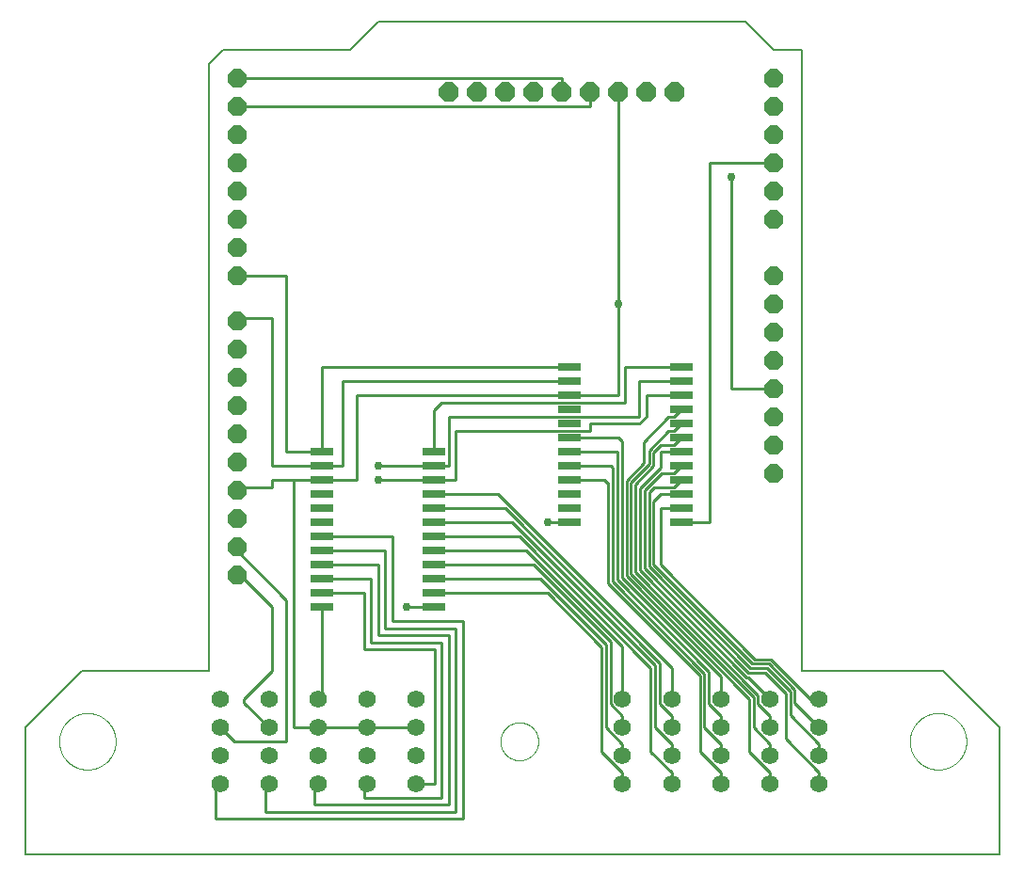
<source format=gtl>
G75*
%MOIN*%
%OFA0B0*%
%FSLAX25Y25*%
%IPPOS*%
%LPD*%
%AMOC8*
5,1,8,0,0,1.08239X$1,22.5*
%
%ADD10C,0.00600*%
%ADD11R,0.08000X0.02600*%
%ADD12OC8,0.07000*%
%ADD13C,0.00000*%
%ADD14C,0.06150*%
%ADD15OC8,0.06600*%
%ADD16C,0.01000*%
%ADD17C,0.02978*%
D10*
X0017050Y0003750D02*
X0017050Y0048750D01*
X0037050Y0068750D01*
X0082050Y0068750D01*
X0082050Y0283750D01*
X0087050Y0288750D01*
X0132050Y0288750D01*
X0142050Y0298750D01*
X0272050Y0298750D01*
X0282050Y0288750D01*
X0292050Y0288750D01*
X0292050Y0068750D01*
X0342050Y0068750D01*
X0362050Y0048750D01*
X0362050Y0003750D01*
X0017050Y0003750D01*
D11*
X0122250Y0091250D03*
X0122250Y0096250D03*
X0122250Y0101250D03*
X0122250Y0106250D03*
X0122250Y0111250D03*
X0122250Y0116250D03*
X0122250Y0121250D03*
X0122250Y0126250D03*
X0122250Y0131250D03*
X0122250Y0136250D03*
X0122250Y0141250D03*
X0122250Y0146250D03*
X0161850Y0146250D03*
X0161850Y0141250D03*
X0161850Y0136250D03*
X0161850Y0131250D03*
X0161850Y0126250D03*
X0161850Y0121250D03*
X0161850Y0116250D03*
X0161850Y0111250D03*
X0161850Y0106250D03*
X0161850Y0101250D03*
X0161850Y0096250D03*
X0161850Y0091250D03*
X0209750Y0121250D03*
X0209750Y0126250D03*
X0209750Y0131250D03*
X0209750Y0136250D03*
X0209750Y0141250D03*
X0209750Y0146250D03*
X0209750Y0151250D03*
X0209750Y0156250D03*
X0209750Y0161250D03*
X0209750Y0166250D03*
X0209750Y0171250D03*
X0209750Y0176250D03*
X0249350Y0176250D03*
X0249350Y0171250D03*
X0249350Y0166250D03*
X0249350Y0161250D03*
X0249350Y0156250D03*
X0249350Y0151250D03*
X0249350Y0146250D03*
X0249350Y0141250D03*
X0249350Y0136250D03*
X0249350Y0131250D03*
X0249350Y0126250D03*
X0249350Y0121250D03*
D12*
X0247050Y0273750D03*
X0237050Y0273750D03*
X0227050Y0273750D03*
X0217050Y0273750D03*
X0207050Y0273750D03*
X0197050Y0273750D03*
X0187050Y0273750D03*
X0177050Y0273750D03*
X0167050Y0273750D03*
D13*
X0185350Y0043750D02*
X0185352Y0043914D01*
X0185358Y0044079D01*
X0185368Y0044243D01*
X0185382Y0044407D01*
X0185400Y0044570D01*
X0185423Y0044733D01*
X0185449Y0044895D01*
X0185479Y0045057D01*
X0185513Y0045218D01*
X0185551Y0045378D01*
X0185593Y0045537D01*
X0185638Y0045695D01*
X0185688Y0045852D01*
X0185742Y0046007D01*
X0185799Y0046161D01*
X0185860Y0046314D01*
X0185925Y0046465D01*
X0185993Y0046615D01*
X0186065Y0046762D01*
X0186141Y0046908D01*
X0186220Y0047052D01*
X0186303Y0047194D01*
X0186389Y0047334D01*
X0186479Y0047472D01*
X0186572Y0047608D01*
X0186669Y0047741D01*
X0186768Y0047872D01*
X0186871Y0048000D01*
X0186977Y0048126D01*
X0187086Y0048249D01*
X0187198Y0048370D01*
X0187312Y0048488D01*
X0187430Y0048602D01*
X0187551Y0048714D01*
X0187674Y0048823D01*
X0187800Y0048929D01*
X0187928Y0049032D01*
X0188059Y0049131D01*
X0188192Y0049228D01*
X0188328Y0049321D01*
X0188466Y0049411D01*
X0188606Y0049497D01*
X0188748Y0049580D01*
X0188892Y0049659D01*
X0189038Y0049735D01*
X0189185Y0049807D01*
X0189335Y0049875D01*
X0189486Y0049940D01*
X0189639Y0050001D01*
X0189793Y0050058D01*
X0189948Y0050112D01*
X0190105Y0050162D01*
X0190263Y0050207D01*
X0190422Y0050249D01*
X0190582Y0050287D01*
X0190743Y0050321D01*
X0190905Y0050351D01*
X0191067Y0050377D01*
X0191230Y0050400D01*
X0191393Y0050418D01*
X0191557Y0050432D01*
X0191721Y0050442D01*
X0191886Y0050448D01*
X0192050Y0050450D01*
X0192214Y0050448D01*
X0192379Y0050442D01*
X0192543Y0050432D01*
X0192707Y0050418D01*
X0192870Y0050400D01*
X0193033Y0050377D01*
X0193195Y0050351D01*
X0193357Y0050321D01*
X0193518Y0050287D01*
X0193678Y0050249D01*
X0193837Y0050207D01*
X0193995Y0050162D01*
X0194152Y0050112D01*
X0194307Y0050058D01*
X0194461Y0050001D01*
X0194614Y0049940D01*
X0194765Y0049875D01*
X0194915Y0049807D01*
X0195062Y0049735D01*
X0195208Y0049659D01*
X0195352Y0049580D01*
X0195494Y0049497D01*
X0195634Y0049411D01*
X0195772Y0049321D01*
X0195908Y0049228D01*
X0196041Y0049131D01*
X0196172Y0049032D01*
X0196300Y0048929D01*
X0196426Y0048823D01*
X0196549Y0048714D01*
X0196670Y0048602D01*
X0196788Y0048488D01*
X0196902Y0048370D01*
X0197014Y0048249D01*
X0197123Y0048126D01*
X0197229Y0048000D01*
X0197332Y0047872D01*
X0197431Y0047741D01*
X0197528Y0047608D01*
X0197621Y0047472D01*
X0197711Y0047334D01*
X0197797Y0047194D01*
X0197880Y0047052D01*
X0197959Y0046908D01*
X0198035Y0046762D01*
X0198107Y0046615D01*
X0198175Y0046465D01*
X0198240Y0046314D01*
X0198301Y0046161D01*
X0198358Y0046007D01*
X0198412Y0045852D01*
X0198462Y0045695D01*
X0198507Y0045537D01*
X0198549Y0045378D01*
X0198587Y0045218D01*
X0198621Y0045057D01*
X0198651Y0044895D01*
X0198677Y0044733D01*
X0198700Y0044570D01*
X0198718Y0044407D01*
X0198732Y0044243D01*
X0198742Y0044079D01*
X0198748Y0043914D01*
X0198750Y0043750D01*
X0198748Y0043586D01*
X0198742Y0043421D01*
X0198732Y0043257D01*
X0198718Y0043093D01*
X0198700Y0042930D01*
X0198677Y0042767D01*
X0198651Y0042605D01*
X0198621Y0042443D01*
X0198587Y0042282D01*
X0198549Y0042122D01*
X0198507Y0041963D01*
X0198462Y0041805D01*
X0198412Y0041648D01*
X0198358Y0041493D01*
X0198301Y0041339D01*
X0198240Y0041186D01*
X0198175Y0041035D01*
X0198107Y0040885D01*
X0198035Y0040738D01*
X0197959Y0040592D01*
X0197880Y0040448D01*
X0197797Y0040306D01*
X0197711Y0040166D01*
X0197621Y0040028D01*
X0197528Y0039892D01*
X0197431Y0039759D01*
X0197332Y0039628D01*
X0197229Y0039500D01*
X0197123Y0039374D01*
X0197014Y0039251D01*
X0196902Y0039130D01*
X0196788Y0039012D01*
X0196670Y0038898D01*
X0196549Y0038786D01*
X0196426Y0038677D01*
X0196300Y0038571D01*
X0196172Y0038468D01*
X0196041Y0038369D01*
X0195908Y0038272D01*
X0195772Y0038179D01*
X0195634Y0038089D01*
X0195494Y0038003D01*
X0195352Y0037920D01*
X0195208Y0037841D01*
X0195062Y0037765D01*
X0194915Y0037693D01*
X0194765Y0037625D01*
X0194614Y0037560D01*
X0194461Y0037499D01*
X0194307Y0037442D01*
X0194152Y0037388D01*
X0193995Y0037338D01*
X0193837Y0037293D01*
X0193678Y0037251D01*
X0193518Y0037213D01*
X0193357Y0037179D01*
X0193195Y0037149D01*
X0193033Y0037123D01*
X0192870Y0037100D01*
X0192707Y0037082D01*
X0192543Y0037068D01*
X0192379Y0037058D01*
X0192214Y0037052D01*
X0192050Y0037050D01*
X0191886Y0037052D01*
X0191721Y0037058D01*
X0191557Y0037068D01*
X0191393Y0037082D01*
X0191230Y0037100D01*
X0191067Y0037123D01*
X0190905Y0037149D01*
X0190743Y0037179D01*
X0190582Y0037213D01*
X0190422Y0037251D01*
X0190263Y0037293D01*
X0190105Y0037338D01*
X0189948Y0037388D01*
X0189793Y0037442D01*
X0189639Y0037499D01*
X0189486Y0037560D01*
X0189335Y0037625D01*
X0189185Y0037693D01*
X0189038Y0037765D01*
X0188892Y0037841D01*
X0188748Y0037920D01*
X0188606Y0038003D01*
X0188466Y0038089D01*
X0188328Y0038179D01*
X0188192Y0038272D01*
X0188059Y0038369D01*
X0187928Y0038468D01*
X0187800Y0038571D01*
X0187674Y0038677D01*
X0187551Y0038786D01*
X0187430Y0038898D01*
X0187312Y0039012D01*
X0187198Y0039130D01*
X0187086Y0039251D01*
X0186977Y0039374D01*
X0186871Y0039500D01*
X0186768Y0039628D01*
X0186669Y0039759D01*
X0186572Y0039892D01*
X0186479Y0040028D01*
X0186389Y0040166D01*
X0186303Y0040306D01*
X0186220Y0040448D01*
X0186141Y0040592D01*
X0186065Y0040738D01*
X0185993Y0040885D01*
X0185925Y0041035D01*
X0185860Y0041186D01*
X0185799Y0041339D01*
X0185742Y0041493D01*
X0185688Y0041648D01*
X0185638Y0041805D01*
X0185593Y0041963D01*
X0185551Y0042122D01*
X0185513Y0042282D01*
X0185479Y0042443D01*
X0185449Y0042605D01*
X0185423Y0042767D01*
X0185400Y0042930D01*
X0185382Y0043093D01*
X0185368Y0043257D01*
X0185358Y0043421D01*
X0185352Y0043586D01*
X0185350Y0043750D01*
X0029050Y0043750D02*
X0029053Y0043995D01*
X0029062Y0044241D01*
X0029077Y0044486D01*
X0029098Y0044730D01*
X0029125Y0044974D01*
X0029158Y0045217D01*
X0029197Y0045460D01*
X0029242Y0045701D01*
X0029293Y0045941D01*
X0029350Y0046180D01*
X0029412Y0046417D01*
X0029481Y0046653D01*
X0029555Y0046887D01*
X0029635Y0047119D01*
X0029720Y0047349D01*
X0029811Y0047577D01*
X0029908Y0047802D01*
X0030010Y0048026D01*
X0030118Y0048246D01*
X0030231Y0048464D01*
X0030349Y0048679D01*
X0030473Y0048891D01*
X0030601Y0049100D01*
X0030735Y0049306D01*
X0030874Y0049508D01*
X0031018Y0049707D01*
X0031167Y0049902D01*
X0031320Y0050094D01*
X0031478Y0050282D01*
X0031640Y0050466D01*
X0031808Y0050645D01*
X0031979Y0050821D01*
X0032155Y0050992D01*
X0032334Y0051160D01*
X0032518Y0051322D01*
X0032706Y0051480D01*
X0032898Y0051633D01*
X0033093Y0051782D01*
X0033292Y0051926D01*
X0033494Y0052065D01*
X0033700Y0052199D01*
X0033909Y0052327D01*
X0034121Y0052451D01*
X0034336Y0052569D01*
X0034554Y0052682D01*
X0034774Y0052790D01*
X0034998Y0052892D01*
X0035223Y0052989D01*
X0035451Y0053080D01*
X0035681Y0053165D01*
X0035913Y0053245D01*
X0036147Y0053319D01*
X0036383Y0053388D01*
X0036620Y0053450D01*
X0036859Y0053507D01*
X0037099Y0053558D01*
X0037340Y0053603D01*
X0037583Y0053642D01*
X0037826Y0053675D01*
X0038070Y0053702D01*
X0038314Y0053723D01*
X0038559Y0053738D01*
X0038805Y0053747D01*
X0039050Y0053750D01*
X0039295Y0053747D01*
X0039541Y0053738D01*
X0039786Y0053723D01*
X0040030Y0053702D01*
X0040274Y0053675D01*
X0040517Y0053642D01*
X0040760Y0053603D01*
X0041001Y0053558D01*
X0041241Y0053507D01*
X0041480Y0053450D01*
X0041717Y0053388D01*
X0041953Y0053319D01*
X0042187Y0053245D01*
X0042419Y0053165D01*
X0042649Y0053080D01*
X0042877Y0052989D01*
X0043102Y0052892D01*
X0043326Y0052790D01*
X0043546Y0052682D01*
X0043764Y0052569D01*
X0043979Y0052451D01*
X0044191Y0052327D01*
X0044400Y0052199D01*
X0044606Y0052065D01*
X0044808Y0051926D01*
X0045007Y0051782D01*
X0045202Y0051633D01*
X0045394Y0051480D01*
X0045582Y0051322D01*
X0045766Y0051160D01*
X0045945Y0050992D01*
X0046121Y0050821D01*
X0046292Y0050645D01*
X0046460Y0050466D01*
X0046622Y0050282D01*
X0046780Y0050094D01*
X0046933Y0049902D01*
X0047082Y0049707D01*
X0047226Y0049508D01*
X0047365Y0049306D01*
X0047499Y0049100D01*
X0047627Y0048891D01*
X0047751Y0048679D01*
X0047869Y0048464D01*
X0047982Y0048246D01*
X0048090Y0048026D01*
X0048192Y0047802D01*
X0048289Y0047577D01*
X0048380Y0047349D01*
X0048465Y0047119D01*
X0048545Y0046887D01*
X0048619Y0046653D01*
X0048688Y0046417D01*
X0048750Y0046180D01*
X0048807Y0045941D01*
X0048858Y0045701D01*
X0048903Y0045460D01*
X0048942Y0045217D01*
X0048975Y0044974D01*
X0049002Y0044730D01*
X0049023Y0044486D01*
X0049038Y0044241D01*
X0049047Y0043995D01*
X0049050Y0043750D01*
X0049047Y0043505D01*
X0049038Y0043259D01*
X0049023Y0043014D01*
X0049002Y0042770D01*
X0048975Y0042526D01*
X0048942Y0042283D01*
X0048903Y0042040D01*
X0048858Y0041799D01*
X0048807Y0041559D01*
X0048750Y0041320D01*
X0048688Y0041083D01*
X0048619Y0040847D01*
X0048545Y0040613D01*
X0048465Y0040381D01*
X0048380Y0040151D01*
X0048289Y0039923D01*
X0048192Y0039698D01*
X0048090Y0039474D01*
X0047982Y0039254D01*
X0047869Y0039036D01*
X0047751Y0038821D01*
X0047627Y0038609D01*
X0047499Y0038400D01*
X0047365Y0038194D01*
X0047226Y0037992D01*
X0047082Y0037793D01*
X0046933Y0037598D01*
X0046780Y0037406D01*
X0046622Y0037218D01*
X0046460Y0037034D01*
X0046292Y0036855D01*
X0046121Y0036679D01*
X0045945Y0036508D01*
X0045766Y0036340D01*
X0045582Y0036178D01*
X0045394Y0036020D01*
X0045202Y0035867D01*
X0045007Y0035718D01*
X0044808Y0035574D01*
X0044606Y0035435D01*
X0044400Y0035301D01*
X0044191Y0035173D01*
X0043979Y0035049D01*
X0043764Y0034931D01*
X0043546Y0034818D01*
X0043326Y0034710D01*
X0043102Y0034608D01*
X0042877Y0034511D01*
X0042649Y0034420D01*
X0042419Y0034335D01*
X0042187Y0034255D01*
X0041953Y0034181D01*
X0041717Y0034112D01*
X0041480Y0034050D01*
X0041241Y0033993D01*
X0041001Y0033942D01*
X0040760Y0033897D01*
X0040517Y0033858D01*
X0040274Y0033825D01*
X0040030Y0033798D01*
X0039786Y0033777D01*
X0039541Y0033762D01*
X0039295Y0033753D01*
X0039050Y0033750D01*
X0038805Y0033753D01*
X0038559Y0033762D01*
X0038314Y0033777D01*
X0038070Y0033798D01*
X0037826Y0033825D01*
X0037583Y0033858D01*
X0037340Y0033897D01*
X0037099Y0033942D01*
X0036859Y0033993D01*
X0036620Y0034050D01*
X0036383Y0034112D01*
X0036147Y0034181D01*
X0035913Y0034255D01*
X0035681Y0034335D01*
X0035451Y0034420D01*
X0035223Y0034511D01*
X0034998Y0034608D01*
X0034774Y0034710D01*
X0034554Y0034818D01*
X0034336Y0034931D01*
X0034121Y0035049D01*
X0033909Y0035173D01*
X0033700Y0035301D01*
X0033494Y0035435D01*
X0033292Y0035574D01*
X0033093Y0035718D01*
X0032898Y0035867D01*
X0032706Y0036020D01*
X0032518Y0036178D01*
X0032334Y0036340D01*
X0032155Y0036508D01*
X0031979Y0036679D01*
X0031808Y0036855D01*
X0031640Y0037034D01*
X0031478Y0037218D01*
X0031320Y0037406D01*
X0031167Y0037598D01*
X0031018Y0037793D01*
X0030874Y0037992D01*
X0030735Y0038194D01*
X0030601Y0038400D01*
X0030473Y0038609D01*
X0030349Y0038821D01*
X0030231Y0039036D01*
X0030118Y0039254D01*
X0030010Y0039474D01*
X0029908Y0039698D01*
X0029811Y0039923D01*
X0029720Y0040151D01*
X0029635Y0040381D01*
X0029555Y0040613D01*
X0029481Y0040847D01*
X0029412Y0041083D01*
X0029350Y0041320D01*
X0029293Y0041559D01*
X0029242Y0041799D01*
X0029197Y0042040D01*
X0029158Y0042283D01*
X0029125Y0042526D01*
X0029098Y0042770D01*
X0029077Y0043014D01*
X0029062Y0043259D01*
X0029053Y0043505D01*
X0029050Y0043750D01*
X0330350Y0043750D02*
X0330353Y0043995D01*
X0330362Y0044241D01*
X0330377Y0044486D01*
X0330398Y0044730D01*
X0330425Y0044974D01*
X0330458Y0045217D01*
X0330497Y0045460D01*
X0330542Y0045701D01*
X0330593Y0045941D01*
X0330650Y0046180D01*
X0330712Y0046417D01*
X0330781Y0046653D01*
X0330855Y0046887D01*
X0330935Y0047119D01*
X0331020Y0047349D01*
X0331111Y0047577D01*
X0331208Y0047802D01*
X0331310Y0048026D01*
X0331418Y0048246D01*
X0331531Y0048464D01*
X0331649Y0048679D01*
X0331773Y0048891D01*
X0331901Y0049100D01*
X0332035Y0049306D01*
X0332174Y0049508D01*
X0332318Y0049707D01*
X0332467Y0049902D01*
X0332620Y0050094D01*
X0332778Y0050282D01*
X0332940Y0050466D01*
X0333108Y0050645D01*
X0333279Y0050821D01*
X0333455Y0050992D01*
X0333634Y0051160D01*
X0333818Y0051322D01*
X0334006Y0051480D01*
X0334198Y0051633D01*
X0334393Y0051782D01*
X0334592Y0051926D01*
X0334794Y0052065D01*
X0335000Y0052199D01*
X0335209Y0052327D01*
X0335421Y0052451D01*
X0335636Y0052569D01*
X0335854Y0052682D01*
X0336074Y0052790D01*
X0336298Y0052892D01*
X0336523Y0052989D01*
X0336751Y0053080D01*
X0336981Y0053165D01*
X0337213Y0053245D01*
X0337447Y0053319D01*
X0337683Y0053388D01*
X0337920Y0053450D01*
X0338159Y0053507D01*
X0338399Y0053558D01*
X0338640Y0053603D01*
X0338883Y0053642D01*
X0339126Y0053675D01*
X0339370Y0053702D01*
X0339614Y0053723D01*
X0339859Y0053738D01*
X0340105Y0053747D01*
X0340350Y0053750D01*
X0340595Y0053747D01*
X0340841Y0053738D01*
X0341086Y0053723D01*
X0341330Y0053702D01*
X0341574Y0053675D01*
X0341817Y0053642D01*
X0342060Y0053603D01*
X0342301Y0053558D01*
X0342541Y0053507D01*
X0342780Y0053450D01*
X0343017Y0053388D01*
X0343253Y0053319D01*
X0343487Y0053245D01*
X0343719Y0053165D01*
X0343949Y0053080D01*
X0344177Y0052989D01*
X0344402Y0052892D01*
X0344626Y0052790D01*
X0344846Y0052682D01*
X0345064Y0052569D01*
X0345279Y0052451D01*
X0345491Y0052327D01*
X0345700Y0052199D01*
X0345906Y0052065D01*
X0346108Y0051926D01*
X0346307Y0051782D01*
X0346502Y0051633D01*
X0346694Y0051480D01*
X0346882Y0051322D01*
X0347066Y0051160D01*
X0347245Y0050992D01*
X0347421Y0050821D01*
X0347592Y0050645D01*
X0347760Y0050466D01*
X0347922Y0050282D01*
X0348080Y0050094D01*
X0348233Y0049902D01*
X0348382Y0049707D01*
X0348526Y0049508D01*
X0348665Y0049306D01*
X0348799Y0049100D01*
X0348927Y0048891D01*
X0349051Y0048679D01*
X0349169Y0048464D01*
X0349282Y0048246D01*
X0349390Y0048026D01*
X0349492Y0047802D01*
X0349589Y0047577D01*
X0349680Y0047349D01*
X0349765Y0047119D01*
X0349845Y0046887D01*
X0349919Y0046653D01*
X0349988Y0046417D01*
X0350050Y0046180D01*
X0350107Y0045941D01*
X0350158Y0045701D01*
X0350203Y0045460D01*
X0350242Y0045217D01*
X0350275Y0044974D01*
X0350302Y0044730D01*
X0350323Y0044486D01*
X0350338Y0044241D01*
X0350347Y0043995D01*
X0350350Y0043750D01*
X0350347Y0043505D01*
X0350338Y0043259D01*
X0350323Y0043014D01*
X0350302Y0042770D01*
X0350275Y0042526D01*
X0350242Y0042283D01*
X0350203Y0042040D01*
X0350158Y0041799D01*
X0350107Y0041559D01*
X0350050Y0041320D01*
X0349988Y0041083D01*
X0349919Y0040847D01*
X0349845Y0040613D01*
X0349765Y0040381D01*
X0349680Y0040151D01*
X0349589Y0039923D01*
X0349492Y0039698D01*
X0349390Y0039474D01*
X0349282Y0039254D01*
X0349169Y0039036D01*
X0349051Y0038821D01*
X0348927Y0038609D01*
X0348799Y0038400D01*
X0348665Y0038194D01*
X0348526Y0037992D01*
X0348382Y0037793D01*
X0348233Y0037598D01*
X0348080Y0037406D01*
X0347922Y0037218D01*
X0347760Y0037034D01*
X0347592Y0036855D01*
X0347421Y0036679D01*
X0347245Y0036508D01*
X0347066Y0036340D01*
X0346882Y0036178D01*
X0346694Y0036020D01*
X0346502Y0035867D01*
X0346307Y0035718D01*
X0346108Y0035574D01*
X0345906Y0035435D01*
X0345700Y0035301D01*
X0345491Y0035173D01*
X0345279Y0035049D01*
X0345064Y0034931D01*
X0344846Y0034818D01*
X0344626Y0034710D01*
X0344402Y0034608D01*
X0344177Y0034511D01*
X0343949Y0034420D01*
X0343719Y0034335D01*
X0343487Y0034255D01*
X0343253Y0034181D01*
X0343017Y0034112D01*
X0342780Y0034050D01*
X0342541Y0033993D01*
X0342301Y0033942D01*
X0342060Y0033897D01*
X0341817Y0033858D01*
X0341574Y0033825D01*
X0341330Y0033798D01*
X0341086Y0033777D01*
X0340841Y0033762D01*
X0340595Y0033753D01*
X0340350Y0033750D01*
X0340105Y0033753D01*
X0339859Y0033762D01*
X0339614Y0033777D01*
X0339370Y0033798D01*
X0339126Y0033825D01*
X0338883Y0033858D01*
X0338640Y0033897D01*
X0338399Y0033942D01*
X0338159Y0033993D01*
X0337920Y0034050D01*
X0337683Y0034112D01*
X0337447Y0034181D01*
X0337213Y0034255D01*
X0336981Y0034335D01*
X0336751Y0034420D01*
X0336523Y0034511D01*
X0336298Y0034608D01*
X0336074Y0034710D01*
X0335854Y0034818D01*
X0335636Y0034931D01*
X0335421Y0035049D01*
X0335209Y0035173D01*
X0335000Y0035301D01*
X0334794Y0035435D01*
X0334592Y0035574D01*
X0334393Y0035718D01*
X0334198Y0035867D01*
X0334006Y0036020D01*
X0333818Y0036178D01*
X0333634Y0036340D01*
X0333455Y0036508D01*
X0333279Y0036679D01*
X0333108Y0036855D01*
X0332940Y0037034D01*
X0332778Y0037218D01*
X0332620Y0037406D01*
X0332467Y0037598D01*
X0332318Y0037793D01*
X0332174Y0037992D01*
X0332035Y0038194D01*
X0331901Y0038400D01*
X0331773Y0038609D01*
X0331649Y0038821D01*
X0331531Y0039036D01*
X0331418Y0039254D01*
X0331310Y0039474D01*
X0331208Y0039698D01*
X0331111Y0039923D01*
X0331020Y0040151D01*
X0330935Y0040381D01*
X0330855Y0040613D01*
X0330781Y0040847D01*
X0330712Y0041083D01*
X0330650Y0041320D01*
X0330593Y0041559D01*
X0330542Y0041799D01*
X0330497Y0042040D01*
X0330458Y0042283D01*
X0330425Y0042526D01*
X0330398Y0042770D01*
X0330377Y0043014D01*
X0330362Y0043259D01*
X0330353Y0043505D01*
X0330350Y0043750D01*
D14*
X0298150Y0038750D03*
X0298150Y0028750D03*
X0280750Y0028750D03*
X0280750Y0038750D03*
X0280750Y0048750D03*
X0280750Y0058750D03*
X0298150Y0058750D03*
X0298150Y0048750D03*
X0263350Y0048750D03*
X0263350Y0058750D03*
X0245950Y0058750D03*
X0245950Y0048750D03*
X0245950Y0038750D03*
X0245950Y0028750D03*
X0263350Y0028750D03*
X0263350Y0038750D03*
X0228550Y0038750D03*
X0228550Y0028750D03*
X0228550Y0048750D03*
X0228550Y0058750D03*
X0155550Y0058750D03*
X0155550Y0048750D03*
X0155550Y0038750D03*
X0155550Y0028750D03*
X0138150Y0028750D03*
X0138150Y0038750D03*
X0138150Y0048750D03*
X0138150Y0058750D03*
X0120750Y0058750D03*
X0120750Y0048750D03*
X0120750Y0038750D03*
X0120750Y0028750D03*
X0103350Y0028750D03*
X0103350Y0038750D03*
X0103350Y0048750D03*
X0103350Y0058750D03*
X0085950Y0058750D03*
X0085950Y0048750D03*
X0085950Y0038750D03*
X0085950Y0028750D03*
D15*
X0092050Y0102750D03*
X0092050Y0112750D03*
X0092050Y0122750D03*
X0092050Y0132750D03*
X0092050Y0142750D03*
X0092050Y0152750D03*
X0092050Y0162750D03*
X0092050Y0172750D03*
X0092050Y0182750D03*
X0092050Y0192750D03*
X0092050Y0208750D03*
X0092050Y0218750D03*
X0092050Y0228750D03*
X0092050Y0238750D03*
X0092050Y0248750D03*
X0092050Y0258750D03*
X0092050Y0268750D03*
X0092050Y0278750D03*
X0282050Y0278750D03*
X0282050Y0268750D03*
X0282050Y0258750D03*
X0282050Y0248750D03*
X0282050Y0238750D03*
X0282050Y0228750D03*
X0282050Y0208750D03*
X0282050Y0198750D03*
X0282050Y0188750D03*
X0282050Y0178750D03*
X0282050Y0168750D03*
X0282050Y0158750D03*
X0282050Y0148750D03*
X0282050Y0138750D03*
D16*
X0259550Y0121250D02*
X0249350Y0121250D01*
X0249350Y0126250D02*
X0242050Y0126250D01*
X0242050Y0106250D01*
X0275450Y0072850D01*
X0281162Y0072850D01*
X0295262Y0058750D01*
X0298150Y0058750D01*
X0289550Y0057350D02*
X0289550Y0062199D01*
X0280499Y0071250D01*
X0274550Y0071250D01*
X0239550Y0106250D01*
X0239550Y0128750D01*
X0242050Y0131250D01*
X0249350Y0131250D01*
X0246750Y0133650D02*
X0249350Y0136250D01*
X0246750Y0138650D02*
X0242425Y0138650D01*
X0236350Y0132575D01*
X0236350Y0104925D01*
X0273225Y0068050D01*
X0279174Y0068050D01*
X0286350Y0060874D01*
X0286350Y0044646D01*
X0298150Y0032846D01*
X0298150Y0028750D01*
X0298150Y0038750D02*
X0298150Y0042846D01*
X0287950Y0053046D01*
X0287950Y0061536D01*
X0279836Y0069650D01*
X0273887Y0069650D01*
X0237950Y0105587D01*
X0237950Y0131913D01*
X0239687Y0133650D01*
X0246750Y0133650D01*
X0246750Y0138650D02*
X0249350Y0141250D01*
X0249350Y0146250D02*
X0242050Y0146250D01*
X0242050Y0140806D01*
X0234750Y0133506D01*
X0234750Y0104262D01*
X0272562Y0066450D01*
X0273050Y0066450D01*
X0280750Y0058750D01*
X0276575Y0060174D02*
X0233150Y0103599D01*
X0233150Y0134850D01*
X0239550Y0141250D01*
X0239550Y0146013D01*
X0242187Y0148650D01*
X0246750Y0148650D01*
X0249350Y0151250D01*
X0246750Y0153650D02*
X0244894Y0153650D01*
X0237950Y0146706D01*
X0237950Y0141913D01*
X0231550Y0135513D01*
X0231550Y0102936D01*
X0274975Y0059511D01*
X0274975Y0048621D01*
X0280750Y0042846D01*
X0280750Y0038750D01*
X0280750Y0032846D02*
X0273375Y0040221D01*
X0273375Y0058849D01*
X0229950Y0102274D01*
X0229950Y0136175D01*
X0236037Y0142263D01*
X0236037Y0149793D01*
X0244894Y0158650D01*
X0246750Y0158650D01*
X0249350Y0161250D01*
X0249350Y0156250D02*
X0246750Y0153650D01*
X0237050Y0158750D02*
X0237050Y0166250D01*
X0249350Y0166250D01*
X0249350Y0171250D02*
X0234550Y0171250D01*
X0234550Y0158750D01*
X0167050Y0158750D01*
X0167050Y0141250D01*
X0161850Y0141250D01*
X0142050Y0141250D01*
X0142050Y0136250D02*
X0161850Y0136250D01*
X0169550Y0136250D01*
X0169550Y0153750D01*
X0217050Y0153750D01*
X0217050Y0156250D01*
X0234550Y0156250D01*
X0237050Y0158750D01*
X0229550Y0163750D02*
X0229550Y0176250D01*
X0249350Y0176250D01*
X0267050Y0168750D02*
X0267050Y0243750D01*
X0259550Y0248750D02*
X0282050Y0248750D01*
X0259550Y0248750D02*
X0259550Y0121250D01*
X0228350Y0101611D02*
X0263350Y0066611D01*
X0263350Y0058750D01*
X0259175Y0057021D02*
X0259175Y0068523D01*
X0226750Y0100948D01*
X0226750Y0146250D01*
X0209750Y0146250D01*
X0209750Y0141250D02*
X0224550Y0141250D01*
X0225150Y0140650D01*
X0225150Y0100285D01*
X0257575Y0067860D01*
X0257575Y0048621D01*
X0263350Y0042846D01*
X0263350Y0038750D01*
X0263350Y0032846D02*
X0255975Y0040221D01*
X0255975Y0067198D01*
X0223550Y0099623D01*
X0223550Y0135250D01*
X0223050Y0135250D01*
X0222050Y0136250D01*
X0209750Y0136250D01*
X0209750Y0121250D02*
X0202050Y0121250D01*
X0192050Y0116250D02*
X0161850Y0116250D01*
X0161850Y0111250D02*
X0194550Y0111250D01*
X0228550Y0077250D01*
X0228550Y0058750D01*
X0224375Y0057021D02*
X0224375Y0078925D01*
X0197050Y0106250D01*
X0161850Y0106250D01*
X0161850Y0101250D02*
X0199550Y0101250D01*
X0222775Y0078025D01*
X0222775Y0048621D01*
X0228550Y0042846D01*
X0228550Y0038750D01*
X0228550Y0032846D02*
X0221175Y0040221D01*
X0221175Y0077125D01*
X0202050Y0096250D01*
X0161850Y0096250D01*
X0161850Y0091250D02*
X0152050Y0091250D01*
X0147050Y0090089D02*
X0147050Y0086250D01*
X0172050Y0086250D01*
X0172050Y0016250D01*
X0084550Y0016250D01*
X0084550Y0027350D01*
X0085950Y0028750D01*
X0102050Y0027450D02*
X0102050Y0018750D01*
X0169550Y0018750D01*
X0169550Y0083750D01*
X0144550Y0083750D01*
X0144550Y0111250D01*
X0122250Y0111250D01*
X0122250Y0116250D02*
X0147050Y0116250D01*
X0147050Y0092411D01*
X0146961Y0092322D01*
X0146961Y0090178D01*
X0147050Y0090089D01*
X0142050Y0081250D02*
X0167050Y0081250D01*
X0167050Y0021250D01*
X0119550Y0021250D01*
X0119550Y0027550D01*
X0120750Y0028750D01*
X0137050Y0027650D02*
X0137050Y0023750D01*
X0164550Y0023750D01*
X0164550Y0078750D01*
X0139550Y0078750D01*
X0139550Y0101250D01*
X0122250Y0101250D01*
X0122250Y0096250D02*
X0137050Y0096250D01*
X0137050Y0076250D01*
X0162050Y0076250D01*
X0162050Y0028750D01*
X0155550Y0028750D01*
X0138150Y0028750D02*
X0137050Y0027650D01*
X0138150Y0048750D02*
X0120750Y0048750D01*
X0112050Y0048750D01*
X0112050Y0136250D01*
X0104550Y0136250D01*
X0104550Y0133750D01*
X0093050Y0133750D01*
X0092050Y0132750D01*
X0104550Y0141250D02*
X0104550Y0193750D01*
X0093050Y0193750D01*
X0092050Y0192750D01*
X0092050Y0208750D02*
X0109550Y0208750D01*
X0109550Y0146250D01*
X0122250Y0146250D01*
X0122050Y0146450D01*
X0122050Y0176250D01*
X0209750Y0176250D01*
X0209750Y0171250D02*
X0129550Y0171250D01*
X0129550Y0141250D01*
X0122250Y0141250D01*
X0104550Y0141250D01*
X0112050Y0136250D02*
X0122250Y0136250D01*
X0134550Y0136250D01*
X0134550Y0166250D01*
X0209750Y0166250D01*
X0227050Y0166250D01*
X0227050Y0198750D01*
X0227050Y0273750D01*
X0217050Y0273750D02*
X0217050Y0268750D01*
X0092050Y0268750D01*
X0092050Y0278750D02*
X0207050Y0278750D01*
X0207050Y0273750D01*
X0267050Y0168750D02*
X0282050Y0168750D01*
X0229550Y0163750D02*
X0164550Y0163750D01*
X0161850Y0161050D01*
X0161850Y0146250D01*
X0161850Y0131250D02*
X0184550Y0131250D01*
X0245950Y0069850D01*
X0245950Y0058750D01*
X0241775Y0057021D02*
X0245950Y0052846D01*
X0245950Y0048750D01*
X0240175Y0048621D02*
X0245950Y0042846D01*
X0245950Y0038750D01*
X0245950Y0032846D02*
X0238575Y0040221D01*
X0238575Y0069725D01*
X0192050Y0116250D01*
X0189550Y0121250D02*
X0161850Y0121250D01*
X0161850Y0126250D02*
X0187050Y0126250D01*
X0241775Y0071525D01*
X0241775Y0057021D01*
X0240175Y0048621D02*
X0240175Y0070625D01*
X0189550Y0121250D01*
X0209750Y0151250D02*
X0227050Y0151250D01*
X0228350Y0149950D01*
X0228350Y0101611D01*
X0276575Y0060174D02*
X0276575Y0057021D01*
X0280750Y0052846D01*
X0280750Y0048750D01*
X0289550Y0057350D02*
X0298150Y0048750D01*
X0280750Y0032846D02*
X0280750Y0028750D01*
X0263350Y0028750D02*
X0263350Y0032846D01*
X0245950Y0032846D02*
X0245950Y0028750D01*
X0228550Y0028750D02*
X0228550Y0032846D01*
X0228550Y0048750D02*
X0228550Y0052846D01*
X0224375Y0057021D01*
X0259175Y0057021D02*
X0263350Y0052846D01*
X0263350Y0048750D01*
X0155550Y0048750D02*
X0138150Y0048750D01*
X0122250Y0060250D02*
X0120750Y0058750D01*
X0122250Y0060250D02*
X0122250Y0091250D01*
X0109550Y0093750D02*
X0109550Y0043750D01*
X0090950Y0043750D01*
X0085950Y0048750D01*
X0094550Y0057550D02*
X0103350Y0048750D01*
X0094550Y0057550D02*
X0094550Y0058750D01*
X0104550Y0068750D01*
X0104550Y0091250D01*
X0093050Y0102750D01*
X0092050Y0102750D01*
X0092050Y0111250D02*
X0109550Y0093750D01*
X0122250Y0106250D02*
X0142050Y0106250D01*
X0142050Y0081250D01*
X0092050Y0111250D02*
X0092050Y0112750D01*
X0103350Y0028750D02*
X0102050Y0027450D01*
D17*
X0152050Y0091250D03*
X0202050Y0121250D03*
X0142050Y0136250D03*
X0142050Y0141250D03*
X0227050Y0198750D03*
X0267050Y0243750D03*
M02*

</source>
